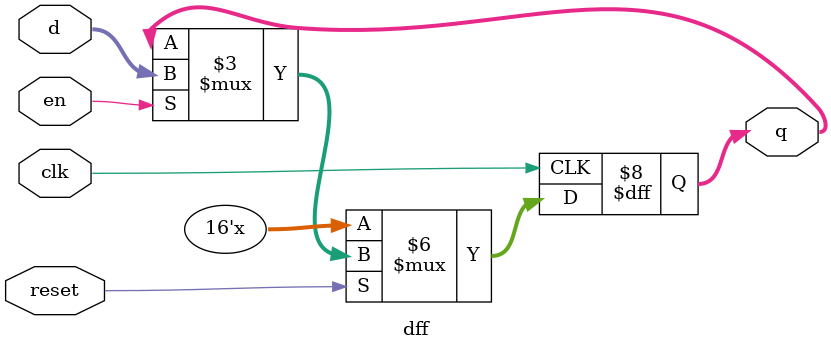
<source format=v>
module dff(
	input wire [15:0] d,
	input en, reset, clk,
	output reg [15:0]	q
);
always @(posedge clk)
	if (!reset)
		q <= 16'bZ;
	else if (en)
		q <= d;
endmodule

</source>
